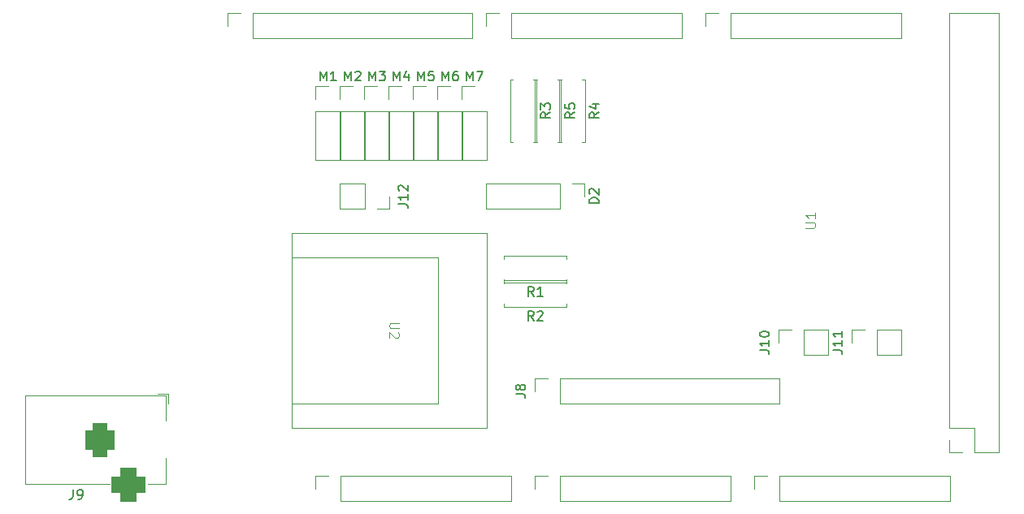
<source format=gbr>
%TF.GenerationSoftware,KiCad,Pcbnew,8.0.8*%
%TF.CreationDate,2025-01-28T02:14:56+09:00*%
%TF.ProjectId,mega_cir,6d656761-5f63-4697-922e-6b696361645f,rev?*%
%TF.SameCoordinates,Original*%
%TF.FileFunction,Legend,Top*%
%TF.FilePolarity,Positive*%
%FSLAX46Y46*%
G04 Gerber Fmt 4.6, Leading zero omitted, Abs format (unit mm)*
G04 Created by KiCad (PCBNEW 8.0.8) date 2025-01-28 02:14:56*
%MOMM*%
%LPD*%
G01*
G04 APERTURE LIST*
G04 Aperture macros list*
%AMRoundRect*
0 Rectangle with rounded corners*
0 $1 Rounding radius*
0 $2 $3 $4 $5 $6 $7 $8 $9 X,Y pos of 4 corners*
0 Add a 4 corners polygon primitive as box body*
4,1,4,$2,$3,$4,$5,$6,$7,$8,$9,$2,$3,0*
0 Add four circle primitives for the rounded corners*
1,1,$1+$1,$2,$3*
1,1,$1+$1,$4,$5*
1,1,$1+$1,$6,$7*
1,1,$1+$1,$8,$9*
0 Add four rect primitives between the rounded corners*
20,1,$1+$1,$2,$3,$4,$5,0*
20,1,$1+$1,$4,$5,$6,$7,0*
20,1,$1+$1,$6,$7,$8,$9,0*
20,1,$1+$1,$8,$9,$2,$3,0*%
G04 Aperture macros list end*
%ADD10C,0.150000*%
%ADD11C,0.100000*%
%ADD12C,0.120000*%
%ADD13R,1.700000X1.700000*%
%ADD14O,1.700000X1.700000*%
%ADD15C,1.524000*%
%ADD16C,1.600000*%
%ADD17O,1.600000X1.600000*%
%ADD18R,3.500000X3.500000*%
%ADD19RoundRect,0.750000X-0.750000X-1.000000X0.750000X-1.000000X0.750000X1.000000X-0.750000X1.000000X0*%
%ADD20RoundRect,0.875000X-0.875000X-0.875000X0.875000X-0.875000X0.875000X0.875000X-0.875000X0.875000X0*%
%ADD21C,3.200000*%
G04 APERTURE END LIST*
D10*
X56124819Y32281906D02*
X55124819Y32281906D01*
X55124819Y32281906D02*
X55124819Y32520001D01*
X55124819Y32520001D02*
X55172438Y32662858D01*
X55172438Y32662858D02*
X55267676Y32758096D01*
X55267676Y32758096D02*
X55362914Y32805715D01*
X55362914Y32805715D02*
X55553390Y32853334D01*
X55553390Y32853334D02*
X55696247Y32853334D01*
X55696247Y32853334D02*
X55886723Y32805715D01*
X55886723Y32805715D02*
X55981961Y32758096D01*
X55981961Y32758096D02*
X56077200Y32662858D01*
X56077200Y32662858D02*
X56124819Y32520001D01*
X56124819Y32520001D02*
X56124819Y32281906D01*
X55220057Y33234287D02*
X55172438Y33281906D01*
X55172438Y33281906D02*
X55124819Y33377144D01*
X55124819Y33377144D02*
X55124819Y33615239D01*
X55124819Y33615239D02*
X55172438Y33710477D01*
X55172438Y33710477D02*
X55220057Y33758096D01*
X55220057Y33758096D02*
X55315295Y33805715D01*
X55315295Y33805715D02*
X55410533Y33805715D01*
X55410533Y33805715D02*
X55553390Y33758096D01*
X55553390Y33758096D02*
X56124819Y33186668D01*
X56124819Y33186668D02*
X56124819Y33805715D01*
D11*
X35332580Y19811905D02*
X34523057Y19811905D01*
X34523057Y19811905D02*
X34427819Y19764286D01*
X34427819Y19764286D02*
X34380200Y19716667D01*
X34380200Y19716667D02*
X34332580Y19621429D01*
X34332580Y19621429D02*
X34332580Y19430953D01*
X34332580Y19430953D02*
X34380200Y19335715D01*
X34380200Y19335715D02*
X34427819Y19288096D01*
X34427819Y19288096D02*
X34523057Y19240477D01*
X34523057Y19240477D02*
X35332580Y19240477D01*
X35237342Y18811905D02*
X35284961Y18764286D01*
X35284961Y18764286D02*
X35332580Y18669048D01*
X35332580Y18669048D02*
X35332580Y18430953D01*
X35332580Y18430953D02*
X35284961Y18335715D01*
X35284961Y18335715D02*
X35237342Y18288096D01*
X35237342Y18288096D02*
X35142104Y18240477D01*
X35142104Y18240477D02*
X35046866Y18240477D01*
X35046866Y18240477D02*
X34904009Y18288096D01*
X34904009Y18288096D02*
X34332580Y18859524D01*
X34332580Y18859524D02*
X34332580Y18240477D01*
X77697419Y29718096D02*
X78506942Y29718096D01*
X78506942Y29718096D02*
X78602180Y29765715D01*
X78602180Y29765715D02*
X78649800Y29813334D01*
X78649800Y29813334D02*
X78697419Y29908572D01*
X78697419Y29908572D02*
X78697419Y30099048D01*
X78697419Y30099048D02*
X78649800Y30194286D01*
X78649800Y30194286D02*
X78602180Y30241905D01*
X78602180Y30241905D02*
X78506942Y30289524D01*
X78506942Y30289524D02*
X77697419Y30289524D01*
X78697419Y31289524D02*
X78697419Y30718096D01*
X78697419Y31003810D02*
X77697419Y31003810D01*
X77697419Y31003810D02*
X77840276Y30908572D01*
X77840276Y30908572D02*
X77935514Y30813334D01*
X77935514Y30813334D02*
X77983133Y30718096D01*
D10*
X53624819Y41743334D02*
X53148628Y41410001D01*
X53624819Y41171906D02*
X52624819Y41171906D01*
X52624819Y41171906D02*
X52624819Y41552858D01*
X52624819Y41552858D02*
X52672438Y41648096D01*
X52672438Y41648096D02*
X52720057Y41695715D01*
X52720057Y41695715D02*
X52815295Y41743334D01*
X52815295Y41743334D02*
X52958152Y41743334D01*
X52958152Y41743334D02*
X53053390Y41695715D01*
X53053390Y41695715D02*
X53101009Y41648096D01*
X53101009Y41648096D02*
X53148628Y41552858D01*
X53148628Y41552858D02*
X53148628Y41171906D01*
X52624819Y42648096D02*
X52624819Y42171906D01*
X52624819Y42171906D02*
X53101009Y42124287D01*
X53101009Y42124287D02*
X53053390Y42171906D01*
X53053390Y42171906D02*
X53005771Y42267144D01*
X53005771Y42267144D02*
X53005771Y42505239D01*
X53005771Y42505239D02*
X53053390Y42600477D01*
X53053390Y42600477D02*
X53101009Y42648096D01*
X53101009Y42648096D02*
X53196247Y42695715D01*
X53196247Y42695715D02*
X53434342Y42695715D01*
X53434342Y42695715D02*
X53529580Y42648096D01*
X53529580Y42648096D02*
X53577200Y42600477D01*
X53577200Y42600477D02*
X53624819Y42505239D01*
X53624819Y42505239D02*
X53624819Y42267144D01*
X53624819Y42267144D02*
X53577200Y42171906D01*
X53577200Y42171906D02*
X53529580Y42124287D01*
X56164819Y41743334D02*
X55688628Y41410001D01*
X56164819Y41171906D02*
X55164819Y41171906D01*
X55164819Y41171906D02*
X55164819Y41552858D01*
X55164819Y41552858D02*
X55212438Y41648096D01*
X55212438Y41648096D02*
X55260057Y41695715D01*
X55260057Y41695715D02*
X55355295Y41743334D01*
X55355295Y41743334D02*
X55498152Y41743334D01*
X55498152Y41743334D02*
X55593390Y41695715D01*
X55593390Y41695715D02*
X55641009Y41648096D01*
X55641009Y41648096D02*
X55688628Y41552858D01*
X55688628Y41552858D02*
X55688628Y41171906D01*
X55498152Y42600477D02*
X56164819Y42600477D01*
X55117200Y42362382D02*
X55831485Y42124287D01*
X55831485Y42124287D02*
X55831485Y42743334D01*
X51084819Y41743334D02*
X50608628Y41410001D01*
X51084819Y41171906D02*
X50084819Y41171906D01*
X50084819Y41171906D02*
X50084819Y41552858D01*
X50084819Y41552858D02*
X50132438Y41648096D01*
X50132438Y41648096D02*
X50180057Y41695715D01*
X50180057Y41695715D02*
X50275295Y41743334D01*
X50275295Y41743334D02*
X50418152Y41743334D01*
X50418152Y41743334D02*
X50513390Y41695715D01*
X50513390Y41695715D02*
X50561009Y41648096D01*
X50561009Y41648096D02*
X50608628Y41552858D01*
X50608628Y41552858D02*
X50608628Y41171906D01*
X50084819Y42076668D02*
X50084819Y42695715D01*
X50084819Y42695715D02*
X50465771Y42362382D01*
X50465771Y42362382D02*
X50465771Y42505239D01*
X50465771Y42505239D02*
X50513390Y42600477D01*
X50513390Y42600477D02*
X50561009Y42648096D01*
X50561009Y42648096D02*
X50656247Y42695715D01*
X50656247Y42695715D02*
X50894342Y42695715D01*
X50894342Y42695715D02*
X50989580Y42648096D01*
X50989580Y42648096D02*
X51037200Y42600477D01*
X51037200Y42600477D02*
X51084819Y42505239D01*
X51084819Y42505239D02*
X51084819Y42219525D01*
X51084819Y42219525D02*
X51037200Y42124287D01*
X51037200Y42124287D02*
X50989580Y42076668D01*
X49363333Y20035181D02*
X49030000Y20511372D01*
X48791905Y20035181D02*
X48791905Y21035181D01*
X48791905Y21035181D02*
X49172857Y21035181D01*
X49172857Y21035181D02*
X49268095Y20987562D01*
X49268095Y20987562D02*
X49315714Y20939943D01*
X49315714Y20939943D02*
X49363333Y20844705D01*
X49363333Y20844705D02*
X49363333Y20701848D01*
X49363333Y20701848D02*
X49315714Y20606610D01*
X49315714Y20606610D02*
X49268095Y20558991D01*
X49268095Y20558991D02*
X49172857Y20511372D01*
X49172857Y20511372D02*
X48791905Y20511372D01*
X49744286Y20939943D02*
X49791905Y20987562D01*
X49791905Y20987562D02*
X49887143Y21035181D01*
X49887143Y21035181D02*
X50125238Y21035181D01*
X50125238Y21035181D02*
X50220476Y20987562D01*
X50220476Y20987562D02*
X50268095Y20939943D01*
X50268095Y20939943D02*
X50315714Y20844705D01*
X50315714Y20844705D02*
X50315714Y20749467D01*
X50315714Y20749467D02*
X50268095Y20606610D01*
X50268095Y20606610D02*
X49696667Y20035181D01*
X49696667Y20035181D02*
X50315714Y20035181D01*
X49363333Y22575181D02*
X49030000Y23051372D01*
X48791905Y22575181D02*
X48791905Y23575181D01*
X48791905Y23575181D02*
X49172857Y23575181D01*
X49172857Y23575181D02*
X49268095Y23527562D01*
X49268095Y23527562D02*
X49315714Y23479943D01*
X49315714Y23479943D02*
X49363333Y23384705D01*
X49363333Y23384705D02*
X49363333Y23241848D01*
X49363333Y23241848D02*
X49315714Y23146610D01*
X49315714Y23146610D02*
X49268095Y23098991D01*
X49268095Y23098991D02*
X49172857Y23051372D01*
X49172857Y23051372D02*
X48791905Y23051372D01*
X50315714Y22575181D02*
X49744286Y22575181D01*
X50030000Y22575181D02*
X50030000Y23575181D01*
X50030000Y23575181D02*
X49934762Y23432324D01*
X49934762Y23432324D02*
X49839524Y23337086D01*
X49839524Y23337086D02*
X49744286Y23289467D01*
X42370476Y45055181D02*
X42370476Y46055181D01*
X42370476Y46055181D02*
X42703809Y45340896D01*
X42703809Y45340896D02*
X43037142Y46055181D01*
X43037142Y46055181D02*
X43037142Y45055181D01*
X43418095Y46055181D02*
X44084761Y46055181D01*
X44084761Y46055181D02*
X43656190Y45055181D01*
X39830476Y45055181D02*
X39830476Y46055181D01*
X39830476Y46055181D02*
X40163809Y45340896D01*
X40163809Y45340896D02*
X40497142Y46055181D01*
X40497142Y46055181D02*
X40497142Y45055181D01*
X41401904Y46055181D02*
X41211428Y46055181D01*
X41211428Y46055181D02*
X41116190Y46007562D01*
X41116190Y46007562D02*
X41068571Y45959943D01*
X41068571Y45959943D02*
X40973333Y45817086D01*
X40973333Y45817086D02*
X40925714Y45626610D01*
X40925714Y45626610D02*
X40925714Y45245658D01*
X40925714Y45245658D02*
X40973333Y45150420D01*
X40973333Y45150420D02*
X41020952Y45102800D01*
X41020952Y45102800D02*
X41116190Y45055181D01*
X41116190Y45055181D02*
X41306666Y45055181D01*
X41306666Y45055181D02*
X41401904Y45102800D01*
X41401904Y45102800D02*
X41449523Y45150420D01*
X41449523Y45150420D02*
X41497142Y45245658D01*
X41497142Y45245658D02*
X41497142Y45483753D01*
X41497142Y45483753D02*
X41449523Y45578991D01*
X41449523Y45578991D02*
X41401904Y45626610D01*
X41401904Y45626610D02*
X41306666Y45674229D01*
X41306666Y45674229D02*
X41116190Y45674229D01*
X41116190Y45674229D02*
X41020952Y45626610D01*
X41020952Y45626610D02*
X40973333Y45578991D01*
X40973333Y45578991D02*
X40925714Y45483753D01*
X37290476Y45055181D02*
X37290476Y46055181D01*
X37290476Y46055181D02*
X37623809Y45340896D01*
X37623809Y45340896D02*
X37957142Y46055181D01*
X37957142Y46055181D02*
X37957142Y45055181D01*
X38909523Y46055181D02*
X38433333Y46055181D01*
X38433333Y46055181D02*
X38385714Y45578991D01*
X38385714Y45578991D02*
X38433333Y45626610D01*
X38433333Y45626610D02*
X38528571Y45674229D01*
X38528571Y45674229D02*
X38766666Y45674229D01*
X38766666Y45674229D02*
X38861904Y45626610D01*
X38861904Y45626610D02*
X38909523Y45578991D01*
X38909523Y45578991D02*
X38957142Y45483753D01*
X38957142Y45483753D02*
X38957142Y45245658D01*
X38957142Y45245658D02*
X38909523Y45150420D01*
X38909523Y45150420D02*
X38861904Y45102800D01*
X38861904Y45102800D02*
X38766666Y45055181D01*
X38766666Y45055181D02*
X38528571Y45055181D01*
X38528571Y45055181D02*
X38433333Y45102800D01*
X38433333Y45102800D02*
X38385714Y45150420D01*
X34750476Y45055181D02*
X34750476Y46055181D01*
X34750476Y46055181D02*
X35083809Y45340896D01*
X35083809Y45340896D02*
X35417142Y46055181D01*
X35417142Y46055181D02*
X35417142Y45055181D01*
X36321904Y45721848D02*
X36321904Y45055181D01*
X36083809Y46102800D02*
X35845714Y45388515D01*
X35845714Y45388515D02*
X36464761Y45388515D01*
X32210476Y45055181D02*
X32210476Y46055181D01*
X32210476Y46055181D02*
X32543809Y45340896D01*
X32543809Y45340896D02*
X32877142Y46055181D01*
X32877142Y46055181D02*
X32877142Y45055181D01*
X33258095Y46055181D02*
X33877142Y46055181D01*
X33877142Y46055181D02*
X33543809Y45674229D01*
X33543809Y45674229D02*
X33686666Y45674229D01*
X33686666Y45674229D02*
X33781904Y45626610D01*
X33781904Y45626610D02*
X33829523Y45578991D01*
X33829523Y45578991D02*
X33877142Y45483753D01*
X33877142Y45483753D02*
X33877142Y45245658D01*
X33877142Y45245658D02*
X33829523Y45150420D01*
X33829523Y45150420D02*
X33781904Y45102800D01*
X33781904Y45102800D02*
X33686666Y45055181D01*
X33686666Y45055181D02*
X33400952Y45055181D01*
X33400952Y45055181D02*
X33305714Y45102800D01*
X33305714Y45102800D02*
X33258095Y45150420D01*
X29670476Y45055181D02*
X29670476Y46055181D01*
X29670476Y46055181D02*
X30003809Y45340896D01*
X30003809Y45340896D02*
X30337142Y46055181D01*
X30337142Y46055181D02*
X30337142Y45055181D01*
X30765714Y45959943D02*
X30813333Y46007562D01*
X30813333Y46007562D02*
X30908571Y46055181D01*
X30908571Y46055181D02*
X31146666Y46055181D01*
X31146666Y46055181D02*
X31241904Y46007562D01*
X31241904Y46007562D02*
X31289523Y45959943D01*
X31289523Y45959943D02*
X31337142Y45864705D01*
X31337142Y45864705D02*
X31337142Y45769467D01*
X31337142Y45769467D02*
X31289523Y45626610D01*
X31289523Y45626610D02*
X30718095Y45055181D01*
X30718095Y45055181D02*
X31337142Y45055181D01*
X27130476Y45055181D02*
X27130476Y46055181D01*
X27130476Y46055181D02*
X27463809Y45340896D01*
X27463809Y45340896D02*
X27797142Y46055181D01*
X27797142Y46055181D02*
X27797142Y45055181D01*
X28797142Y45055181D02*
X28225714Y45055181D01*
X28511428Y45055181D02*
X28511428Y46055181D01*
X28511428Y46055181D02*
X28416190Y45912324D01*
X28416190Y45912324D02*
X28320952Y45817086D01*
X28320952Y45817086D02*
X28225714Y45769467D01*
X35244819Y32210477D02*
X35959104Y32210477D01*
X35959104Y32210477D02*
X36101961Y32162858D01*
X36101961Y32162858D02*
X36197200Y32067620D01*
X36197200Y32067620D02*
X36244819Y31924763D01*
X36244819Y31924763D02*
X36244819Y31829525D01*
X36244819Y33210477D02*
X36244819Y32639049D01*
X36244819Y32924763D02*
X35244819Y32924763D01*
X35244819Y32924763D02*
X35387676Y32829525D01*
X35387676Y32829525D02*
X35482914Y32734287D01*
X35482914Y32734287D02*
X35530533Y32639049D01*
X35340057Y33591430D02*
X35292438Y33639049D01*
X35292438Y33639049D02*
X35244819Y33734287D01*
X35244819Y33734287D02*
X35244819Y33972382D01*
X35244819Y33972382D02*
X35292438Y34067620D01*
X35292438Y34067620D02*
X35340057Y34115239D01*
X35340057Y34115239D02*
X35435295Y34162858D01*
X35435295Y34162858D02*
X35530533Y34162858D01*
X35530533Y34162858D02*
X35673390Y34115239D01*
X35673390Y34115239D02*
X36244819Y33543811D01*
X36244819Y33543811D02*
X36244819Y34162858D01*
X80504819Y16970477D02*
X81219104Y16970477D01*
X81219104Y16970477D02*
X81361961Y16922858D01*
X81361961Y16922858D02*
X81457200Y16827620D01*
X81457200Y16827620D02*
X81504819Y16684763D01*
X81504819Y16684763D02*
X81504819Y16589525D01*
X81504819Y17970477D02*
X81504819Y17399049D01*
X81504819Y17684763D02*
X80504819Y17684763D01*
X80504819Y17684763D02*
X80647676Y17589525D01*
X80647676Y17589525D02*
X80742914Y17494287D01*
X80742914Y17494287D02*
X80790533Y17399049D01*
X81504819Y18922858D02*
X81504819Y18351430D01*
X81504819Y18637144D02*
X80504819Y18637144D01*
X80504819Y18637144D02*
X80647676Y18541906D01*
X80647676Y18541906D02*
X80742914Y18446668D01*
X80742914Y18446668D02*
X80790533Y18351430D01*
X72884819Y16970477D02*
X73599104Y16970477D01*
X73599104Y16970477D02*
X73741961Y16922858D01*
X73741961Y16922858D02*
X73837200Y16827620D01*
X73837200Y16827620D02*
X73884819Y16684763D01*
X73884819Y16684763D02*
X73884819Y16589525D01*
X73884819Y17970477D02*
X73884819Y17399049D01*
X73884819Y17684763D02*
X72884819Y17684763D01*
X72884819Y17684763D02*
X73027676Y17589525D01*
X73027676Y17589525D02*
X73122914Y17494287D01*
X73122914Y17494287D02*
X73170533Y17399049D01*
X72884819Y18589525D02*
X72884819Y18684763D01*
X72884819Y18684763D02*
X72932438Y18780001D01*
X72932438Y18780001D02*
X72980057Y18827620D01*
X72980057Y18827620D02*
X73075295Y18875239D01*
X73075295Y18875239D02*
X73265771Y18922858D01*
X73265771Y18922858D02*
X73503866Y18922858D01*
X73503866Y18922858D02*
X73694342Y18875239D01*
X73694342Y18875239D02*
X73789580Y18827620D01*
X73789580Y18827620D02*
X73837200Y18780001D01*
X73837200Y18780001D02*
X73884819Y18684763D01*
X73884819Y18684763D02*
X73884819Y18589525D01*
X73884819Y18589525D02*
X73837200Y18494287D01*
X73837200Y18494287D02*
X73789580Y18446668D01*
X73789580Y18446668D02*
X73694342Y18399049D01*
X73694342Y18399049D02*
X73503866Y18351430D01*
X73503866Y18351430D02*
X73265771Y18351430D01*
X73265771Y18351430D02*
X73075295Y18399049D01*
X73075295Y18399049D02*
X72980057Y18446668D01*
X72980057Y18446668D02*
X72932438Y18494287D01*
X72932438Y18494287D02*
X72884819Y18589525D01*
X1376666Y2415181D02*
X1376666Y1700896D01*
X1376666Y1700896D02*
X1329047Y1558039D01*
X1329047Y1558039D02*
X1233809Y1462800D01*
X1233809Y1462800D02*
X1090952Y1415181D01*
X1090952Y1415181D02*
X995714Y1415181D01*
X1900476Y1415181D02*
X2090952Y1415181D01*
X2090952Y1415181D02*
X2186190Y1462800D01*
X2186190Y1462800D02*
X2233809Y1510420D01*
X2233809Y1510420D02*
X2329047Y1653277D01*
X2329047Y1653277D02*
X2376666Y1843753D01*
X2376666Y1843753D02*
X2376666Y2224705D01*
X2376666Y2224705D02*
X2329047Y2319943D01*
X2329047Y2319943D02*
X2281428Y2367562D01*
X2281428Y2367562D02*
X2186190Y2415181D01*
X2186190Y2415181D02*
X1995714Y2415181D01*
X1995714Y2415181D02*
X1900476Y2367562D01*
X1900476Y2367562D02*
X1852857Y2319943D01*
X1852857Y2319943D02*
X1805238Y2224705D01*
X1805238Y2224705D02*
X1805238Y1986610D01*
X1805238Y1986610D02*
X1852857Y1891372D01*
X1852857Y1891372D02*
X1900476Y1843753D01*
X1900476Y1843753D02*
X1995714Y1796134D01*
X1995714Y1796134D02*
X2186190Y1796134D01*
X2186190Y1796134D02*
X2281428Y1843753D01*
X2281428Y1843753D02*
X2329047Y1891372D01*
X2329047Y1891372D02*
X2376666Y1986610D01*
X47484819Y12366667D02*
X48199104Y12366667D01*
X48199104Y12366667D02*
X48341961Y12319048D01*
X48341961Y12319048D02*
X48437200Y12223810D01*
X48437200Y12223810D02*
X48484819Y12080953D01*
X48484819Y12080953D02*
X48484819Y11985715D01*
X47913390Y12985715D02*
X47865771Y12890477D01*
X47865771Y12890477D02*
X47818152Y12842858D01*
X47818152Y12842858D02*
X47722914Y12795239D01*
X47722914Y12795239D02*
X47675295Y12795239D01*
X47675295Y12795239D02*
X47580057Y12842858D01*
X47580057Y12842858D02*
X47532438Y12890477D01*
X47532438Y12890477D02*
X47484819Y12985715D01*
X47484819Y12985715D02*
X47484819Y13176191D01*
X47484819Y13176191D02*
X47532438Y13271429D01*
X47532438Y13271429D02*
X47580057Y13319048D01*
X47580057Y13319048D02*
X47675295Y13366667D01*
X47675295Y13366667D02*
X47722914Y13366667D01*
X47722914Y13366667D02*
X47818152Y13319048D01*
X47818152Y13319048D02*
X47865771Y13271429D01*
X47865771Y13271429D02*
X47913390Y13176191D01*
X47913390Y13176191D02*
X47913390Y12985715D01*
X47913390Y12985715D02*
X47961009Y12890477D01*
X47961009Y12890477D02*
X48008628Y12842858D01*
X48008628Y12842858D02*
X48103866Y12795239D01*
X48103866Y12795239D02*
X48294342Y12795239D01*
X48294342Y12795239D02*
X48389580Y12842858D01*
X48389580Y12842858D02*
X48437200Y12890477D01*
X48437200Y12890477D02*
X48484819Y12985715D01*
X48484819Y12985715D02*
X48484819Y13176191D01*
X48484819Y13176191D02*
X48437200Y13271429D01*
X48437200Y13271429D02*
X48389580Y13319048D01*
X48389580Y13319048D02*
X48294342Y13366667D01*
X48294342Y13366667D02*
X48103866Y13366667D01*
X48103866Y13366667D02*
X48008628Y13319048D01*
X48008628Y13319048D02*
X47961009Y13271429D01*
X47961009Y13271429D02*
X47913390Y13176191D01*
D12*
%TO.C,D2*%
X54670000Y34350000D02*
X54670000Y33020000D01*
X53340000Y34350000D02*
X54670000Y34350000D01*
X52070000Y34350000D02*
X44390000Y34350000D01*
X52070000Y34350000D02*
X52070000Y31690000D01*
X44390000Y34350000D02*
X44390000Y31690000D01*
X52070000Y31690000D02*
X44390000Y31690000D01*
%TO.C,U2*%
D11*
X44450000Y29210000D02*
X24130000Y29210000D01*
X24130000Y8890000D01*
X44450000Y8890000D01*
X44450000Y29210000D01*
X39370000Y26670000D02*
X24130000Y26670000D01*
X24130000Y11430000D01*
X39370000Y11430000D01*
X39370000Y26670000D01*
D12*
%TO.C,R5*%
X52170000Y45180000D02*
X52170000Y38640000D01*
X51840000Y45180000D02*
X52170000Y45180000D01*
X49760000Y45180000D02*
X49430000Y45180000D01*
X49430000Y45180000D02*
X49430000Y38640000D01*
X52170000Y38640000D02*
X51840000Y38640000D01*
X49430000Y38640000D02*
X49760000Y38640000D01*
%TO.C,R4*%
X54710000Y45180000D02*
X54710000Y38640000D01*
X54380000Y45180000D02*
X54710000Y45180000D01*
X52300000Y45180000D02*
X51970000Y45180000D01*
X51970000Y45180000D02*
X51970000Y38640000D01*
X54710000Y38640000D02*
X54380000Y38640000D01*
X51970000Y38640000D02*
X52300000Y38640000D01*
%TO.C,R3*%
X49630000Y45180000D02*
X49630000Y38640000D01*
X49300000Y45180000D02*
X49630000Y45180000D01*
X47220000Y45180000D02*
X46890000Y45180000D01*
X46890000Y45180000D02*
X46890000Y38640000D01*
X49630000Y38640000D02*
X49300000Y38640000D01*
X46890000Y38640000D02*
X47220000Y38640000D01*
%TO.C,R2*%
X52800000Y21490000D02*
X46260000Y21490000D01*
X52800000Y21820000D02*
X52800000Y21490000D01*
X52800000Y23900000D02*
X52800000Y24230000D01*
X52800000Y24230000D02*
X46260000Y24230000D01*
X46260000Y21490000D02*
X46260000Y21820000D01*
X46260000Y24230000D02*
X46260000Y23900000D01*
%TO.C,R1*%
X52800000Y24030000D02*
X46260000Y24030000D01*
X52800000Y24360000D02*
X52800000Y24030000D01*
X52800000Y26440000D02*
X52800000Y26770000D01*
X52800000Y26770000D02*
X46260000Y26770000D01*
X46260000Y24030000D02*
X46260000Y24360000D01*
X46260000Y26770000D02*
X46260000Y26440000D01*
%TO.C,M7*%
X41850000Y44510000D02*
X43180000Y44510000D01*
X41850000Y43180000D02*
X41850000Y44510000D01*
X41850000Y41910000D02*
X41850000Y36770000D01*
X41850000Y41910000D02*
X44510000Y41910000D01*
X41850000Y36770000D02*
X44510000Y36770000D01*
X44510000Y41910000D02*
X44510000Y36770000D01*
%TO.C,M6*%
X39310000Y44510000D02*
X40640000Y44510000D01*
X39310000Y43180000D02*
X39310000Y44510000D01*
X39310000Y41910000D02*
X39310000Y36770000D01*
X39310000Y41910000D02*
X41970000Y41910000D01*
X39310000Y36770000D02*
X41970000Y36770000D01*
X41970000Y41910000D02*
X41970000Y36770000D01*
%TO.C,M5*%
X39430000Y41910000D02*
X39430000Y36770000D01*
X36770000Y36770000D02*
X39430000Y36770000D01*
X36770000Y41910000D02*
X39430000Y41910000D01*
X36770000Y41910000D02*
X36770000Y36770000D01*
X36770000Y43180000D02*
X36770000Y44510000D01*
X36770000Y44510000D02*
X38100000Y44510000D01*
%TO.C,M4*%
X34230000Y44510000D02*
X35560000Y44510000D01*
X34230000Y43180000D02*
X34230000Y44510000D01*
X34230000Y41910000D02*
X34230000Y36770000D01*
X34230000Y41910000D02*
X36890000Y41910000D01*
X34230000Y36770000D02*
X36890000Y36770000D01*
X36890000Y41910000D02*
X36890000Y36770000D01*
%TO.C,M3*%
X31690000Y44510000D02*
X33020000Y44510000D01*
X31690000Y43180000D02*
X31690000Y44510000D01*
X31690000Y41910000D02*
X31690000Y36770000D01*
X31690000Y41910000D02*
X34350000Y41910000D01*
X31690000Y36770000D02*
X34350000Y36770000D01*
X34350000Y41910000D02*
X34350000Y36770000D01*
%TO.C,M2*%
X29150000Y44510000D02*
X30480000Y44510000D01*
X29150000Y43180000D02*
X29150000Y44510000D01*
X29150000Y41910000D02*
X29150000Y36770000D01*
X29150000Y41910000D02*
X31810000Y41910000D01*
X29150000Y36770000D02*
X31810000Y36770000D01*
X31810000Y41910000D02*
X31810000Y36770000D01*
%TO.C,M1*%
X26610000Y44510000D02*
X27940000Y44510000D01*
X26610000Y43180000D02*
X26610000Y44510000D01*
X26610000Y41910000D02*
X26610000Y36770000D01*
X26610000Y41910000D02*
X29270000Y41910000D01*
X26610000Y36770000D02*
X29270000Y36770000D01*
X29270000Y41910000D02*
X29270000Y36770000D01*
%TO.C,J12*%
X31750000Y31690000D02*
X29150000Y31690000D01*
X34350000Y31690000D02*
X33020000Y31690000D01*
X34350000Y33020000D02*
X34350000Y31690000D01*
X29150000Y34350000D02*
X29150000Y31690000D01*
X31750000Y34350000D02*
X31750000Y31690000D01*
X31750000Y34350000D02*
X29150000Y34350000D01*
%TO.C,J11*%
X85090000Y16450000D02*
X87690000Y16450000D01*
X85090000Y16450000D02*
X85090000Y19110000D01*
X87690000Y16450000D02*
X87690000Y19110000D01*
X82490000Y17780000D02*
X82490000Y19110000D01*
X82490000Y19110000D02*
X83820000Y19110000D01*
X85090000Y19110000D02*
X87690000Y19110000D01*
%TO.C,J10*%
X77470000Y19110000D02*
X80070000Y19110000D01*
X74870000Y19110000D02*
X76200000Y19110000D01*
X74870000Y17780000D02*
X74870000Y19110000D01*
X80070000Y16450000D02*
X80070000Y19110000D01*
X77470000Y16450000D02*
X77470000Y19110000D01*
X77470000Y16450000D02*
X80070000Y16450000D01*
%TO.C,J9*%
X-3640000Y12220000D02*
X11060000Y12220000D01*
X-3640000Y3020000D02*
X-3640000Y12220000D01*
X5160000Y3020000D02*
X-3640000Y3020000D01*
X10210000Y12420000D02*
X11260000Y12420000D01*
X11060000Y12220000D02*
X11060000Y9620000D01*
X11060000Y5720000D02*
X11060000Y3020000D01*
X11060000Y3020000D02*
X9160000Y3020000D01*
X11260000Y11370000D02*
X11260000Y12420000D01*
%TO.C,J8*%
X52070000Y11370000D02*
X74990000Y11370000D01*
X52070000Y11370000D02*
X52070000Y14030000D01*
X74990000Y11370000D02*
X74990000Y14030000D01*
X49470000Y12700000D02*
X49470000Y14030000D01*
X49470000Y14030000D02*
X50800000Y14030000D01*
X52070000Y14030000D02*
X74990000Y14030000D01*
%TO.C,J7*%
X97850000Y6290000D02*
X97850000Y52130000D01*
X97850000Y6290000D02*
X95250000Y6290000D01*
X97850000Y52130000D02*
X92650000Y52130000D01*
X95250000Y6290000D02*
X95250000Y8890000D01*
X95250000Y8890000D02*
X92650000Y8890000D01*
X93980000Y6290000D02*
X92650000Y6290000D01*
X92650000Y6290000D02*
X92650000Y7620000D01*
X92650000Y8890000D02*
X92650000Y52130000D01*
%TO.C,J1*%
X47050000Y1210000D02*
X47050000Y3870000D01*
X29210000Y1210000D02*
X47050000Y1210000D01*
X29210000Y1210000D02*
X29210000Y3870000D01*
X29210000Y3870000D02*
X47050000Y3870000D01*
X26610000Y2540000D02*
X26610000Y3870000D01*
X26610000Y3870000D02*
X27940000Y3870000D01*
%TO.C,J3*%
X69910000Y1210000D02*
X69910000Y3870000D01*
X52070000Y1210000D02*
X69910000Y1210000D01*
X52070000Y1210000D02*
X52070000Y3870000D01*
X52070000Y3870000D02*
X69910000Y3870000D01*
X49470000Y2540000D02*
X49470000Y3870000D01*
X49470000Y3870000D02*
X50800000Y3870000D01*
%TO.C,J5*%
X92770000Y1210000D02*
X92770000Y3870000D01*
X74930000Y1210000D02*
X92770000Y1210000D01*
X74930000Y1210000D02*
X74930000Y3870000D01*
X74930000Y3870000D02*
X92770000Y3870000D01*
X72330000Y2540000D02*
X72330000Y3870000D01*
X72330000Y3870000D02*
X73660000Y3870000D01*
%TO.C,J2*%
X42986000Y49470000D02*
X42986000Y52130000D01*
X20066000Y49470000D02*
X42986000Y49470000D01*
X20066000Y49470000D02*
X20066000Y52130000D01*
X20066000Y52130000D02*
X42986000Y52130000D01*
X17466000Y50800000D02*
X17466000Y52130000D01*
X17466000Y52130000D02*
X18796000Y52130000D01*
%TO.C,J4*%
X64830000Y49470000D02*
X64830000Y52130000D01*
X46990000Y49470000D02*
X64830000Y49470000D01*
X46990000Y49470000D02*
X46990000Y52130000D01*
X46990000Y52130000D02*
X64830000Y52130000D01*
X44390000Y50800000D02*
X44390000Y52130000D01*
X44390000Y52130000D02*
X45720000Y52130000D01*
%TO.C,J6*%
X87690000Y49470000D02*
X87690000Y52130000D01*
X69850000Y49470000D02*
X87690000Y49470000D01*
X69850000Y49470000D02*
X69850000Y52130000D01*
X69850000Y52130000D02*
X87690000Y52130000D01*
X67250000Y50800000D02*
X67250000Y52130000D01*
X67250000Y52130000D02*
X68580000Y52130000D01*
%TD*%
%LPC*%
D13*
%TO.C,D2*%
X53340000Y33020000D03*
D14*
X50800000Y33020000D03*
X48260000Y33020000D03*
X45720000Y33020000D03*
%TD*%
D15*
%TO.C,U2*%
X43180000Y27940000D03*
X40640000Y27940000D03*
X38100000Y27940000D03*
X35560000Y27940000D03*
X33020000Y27940000D03*
X30480000Y27940000D03*
X27940000Y27940000D03*
X25400000Y27940000D03*
X25400000Y10160000D03*
X27940000Y10160000D03*
X30480000Y10160000D03*
X33020000Y10160000D03*
X35560000Y10160000D03*
X38100000Y10160000D03*
X40640000Y10160000D03*
X43180000Y10160000D03*
%TD*%
%TO.C,U1*%
X68580000Y22860000D03*
X71120000Y22860000D03*
X73660000Y22860000D03*
X76200000Y22860000D03*
X78740000Y22860000D03*
X81280000Y22860000D03*
X83820000Y22860000D03*
X86360000Y22860000D03*
X88900000Y22860000D03*
X88900000Y38100000D03*
X86360000Y38100000D03*
X83820000Y38100000D03*
X81280000Y38100000D03*
X78740000Y38100000D03*
X76200000Y38100000D03*
X73660000Y38100000D03*
X71120000Y38100000D03*
X68580000Y38100000D03*
%TD*%
D16*
%TO.C,R5*%
X50800000Y45720000D03*
D17*
X50800000Y38100000D03*
%TD*%
D16*
%TO.C,R4*%
X53340000Y45720000D03*
D17*
X53340000Y38100000D03*
%TD*%
D16*
%TO.C,R3*%
X48260000Y45720000D03*
D17*
X48260000Y38100000D03*
%TD*%
D16*
%TO.C,R2*%
X53340000Y22860000D03*
D17*
X45720000Y22860000D03*
%TD*%
D16*
%TO.C,R1*%
X53340000Y25400000D03*
D17*
X45720000Y25400000D03*
%TD*%
D13*
%TO.C,M7*%
X43180000Y43180000D03*
D14*
X43180000Y40640000D03*
X43180000Y38100000D03*
%TD*%
D13*
%TO.C,M6*%
X40640000Y43180000D03*
D14*
X40640000Y40640000D03*
X40640000Y38100000D03*
%TD*%
%TO.C,M5*%
X38100000Y38100000D03*
X38100000Y40640000D03*
D13*
X38100000Y43180000D03*
%TD*%
%TO.C,M4*%
X35560000Y43180000D03*
D14*
X35560000Y40640000D03*
X35560000Y38100000D03*
%TD*%
D13*
%TO.C,M3*%
X33020000Y43180000D03*
D14*
X33020000Y40640000D03*
X33020000Y38100000D03*
%TD*%
D13*
%TO.C,M2*%
X30480000Y43180000D03*
D14*
X30480000Y40640000D03*
X30480000Y38100000D03*
%TD*%
D13*
%TO.C,M1*%
X27940000Y43180000D03*
D14*
X27940000Y40640000D03*
X27940000Y38100000D03*
%TD*%
%TO.C,J12*%
X30480000Y33020000D03*
D13*
X33020000Y33020000D03*
%TD*%
%TO.C,J11*%
X83820000Y17780000D03*
D14*
X86360000Y17780000D03*
%TD*%
%TO.C,J10*%
X78740000Y17780000D03*
D13*
X76200000Y17780000D03*
%TD*%
D18*
%TO.C,J9*%
X10160000Y7620000D03*
D19*
X4160000Y7620000D03*
D20*
X7160000Y2920000D03*
%TD*%
D13*
%TO.C,J8*%
X50800000Y12700000D03*
D14*
X53340000Y12700000D03*
X55880000Y12700000D03*
X58420000Y12700000D03*
X60960000Y12700000D03*
X63500000Y12700000D03*
X66040000Y12700000D03*
X68580000Y12700000D03*
X71120000Y12700000D03*
X73660000Y12700000D03*
%TD*%
%TO.C,J7*%
X96520000Y50800000D03*
X93980000Y50800000D03*
X96520000Y48260000D03*
X93980000Y48260000D03*
X96520000Y45720000D03*
X93980000Y45720000D03*
X96520000Y43180000D03*
X93980000Y43180000D03*
X96520000Y40640000D03*
X93980000Y40640000D03*
X96520000Y38100000D03*
X93980000Y38100000D03*
X96520000Y35560000D03*
X93980000Y35560000D03*
X96520000Y33020000D03*
X93980000Y33020000D03*
X96520000Y30480000D03*
X93980000Y30480000D03*
X96520000Y27940000D03*
X93980000Y27940000D03*
X96520000Y25400000D03*
X93980000Y25400000D03*
X96520000Y22860000D03*
X93980000Y22860000D03*
X96520000Y20320000D03*
X93980000Y20320000D03*
X96520000Y17780000D03*
X93980000Y17780000D03*
X96520000Y15240000D03*
X93980000Y15240000D03*
X96520000Y12700000D03*
X93980000Y12700000D03*
X96520000Y10160000D03*
X93980000Y10160000D03*
X96520000Y7620000D03*
D13*
X93980000Y7620000D03*
%TD*%
D14*
%TO.C,J1*%
X45720000Y2540000D03*
X43180000Y2540000D03*
X40640000Y2540000D03*
X38100000Y2540000D03*
X35560000Y2540000D03*
X33020000Y2540000D03*
X30480000Y2540000D03*
D13*
X27940000Y2540000D03*
%TD*%
D14*
%TO.C,J3*%
X68580000Y2540000D03*
X66040000Y2540000D03*
X63500000Y2540000D03*
X60960000Y2540000D03*
X58420000Y2540000D03*
X55880000Y2540000D03*
X53340000Y2540000D03*
D13*
X50800000Y2540000D03*
%TD*%
D14*
%TO.C,J5*%
X91440000Y2540000D03*
X88900000Y2540000D03*
X86360000Y2540000D03*
X83820000Y2540000D03*
X81280000Y2540000D03*
X78740000Y2540000D03*
X76200000Y2540000D03*
D13*
X73660000Y2540000D03*
%TD*%
D14*
%TO.C,J2*%
X41656000Y50800000D03*
X39116000Y50800000D03*
X36576000Y50800000D03*
X34036000Y50800000D03*
X31496000Y50800000D03*
X28956000Y50800000D03*
X26416000Y50800000D03*
X23876000Y50800000D03*
X21336000Y50800000D03*
D13*
X18796000Y50800000D03*
%TD*%
D14*
%TO.C,J4*%
X63500000Y50800000D03*
X60960000Y50800000D03*
X58420000Y50800000D03*
X55880000Y50800000D03*
X53340000Y50800000D03*
X50800000Y50800000D03*
X48260000Y50800000D03*
D13*
X45720000Y50800000D03*
%TD*%
D14*
%TO.C,J6*%
X86360000Y50800000D03*
X83820000Y50800000D03*
X81280000Y50800000D03*
X78740000Y50800000D03*
X76200000Y50800000D03*
X73660000Y50800000D03*
X71120000Y50800000D03*
D13*
X68580000Y50800000D03*
%TD*%
D21*
%TO.C,MH6*%
X96520000Y2540000D03*
%TD*%
%TO.C,MH1*%
X15240000Y50800000D03*
%TD*%
%TO.C,MH2*%
X13970000Y2540000D03*
%TD*%
%TO.C,MH3*%
X66040000Y35560000D03*
%TD*%
%TO.C,MH4*%
X66040000Y7620000D03*
%TD*%
%TO.C,MH5*%
X90170000Y50800000D03*
%TD*%
%LPD*%
M02*

</source>
